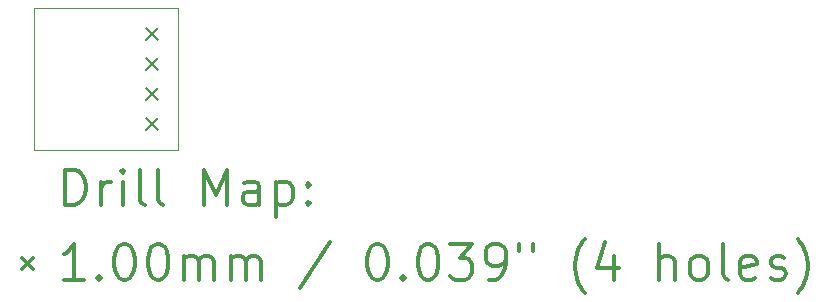
<source format=gbr>
%FSLAX45Y45*%
G04 Gerber Fmt 4.5, Leading zero omitted, Abs format (unit mm)*
G04 Created by KiCad (PCBNEW 4.0.7-e2-6376~60~ubuntu17.10.1) date Sat Apr 14 00:34:53 2018*
%MOMM*%
%LPD*%
G01*
G04 APERTURE LIST*
%ADD10C,0.127000*%
%ADD11C,0.100000*%
%ADD12C,0.200000*%
%ADD13C,0.300000*%
G04 APERTURE END LIST*
D10*
D11*
X14250000Y-11100000D02*
X14250000Y-9900000D01*
X15470000Y-11100000D02*
X14250000Y-11100000D01*
X15470000Y-9900000D02*
X15470000Y-11100000D01*
X14250000Y-9900000D02*
X15470000Y-9900000D01*
D12*
X15200000Y-10070000D02*
X15300000Y-10170000D01*
X15300000Y-10070000D02*
X15200000Y-10170000D01*
X15200000Y-10324000D02*
X15300000Y-10424000D01*
X15300000Y-10324000D02*
X15200000Y-10424000D01*
X15200000Y-10578000D02*
X15300000Y-10678000D01*
X15300000Y-10578000D02*
X15200000Y-10678000D01*
X15200000Y-10832000D02*
X15300000Y-10932000D01*
X15300000Y-10832000D02*
X15200000Y-10932000D01*
D13*
X14516428Y-11570714D02*
X14516428Y-11270714D01*
X14587857Y-11270714D01*
X14630714Y-11285000D01*
X14659286Y-11313571D01*
X14673571Y-11342143D01*
X14687857Y-11399286D01*
X14687857Y-11442143D01*
X14673571Y-11499286D01*
X14659286Y-11527857D01*
X14630714Y-11556429D01*
X14587857Y-11570714D01*
X14516428Y-11570714D01*
X14816428Y-11570714D02*
X14816428Y-11370714D01*
X14816428Y-11427857D02*
X14830714Y-11399286D01*
X14845000Y-11385000D01*
X14873571Y-11370714D01*
X14902143Y-11370714D01*
X15002143Y-11570714D02*
X15002143Y-11370714D01*
X15002143Y-11270714D02*
X14987857Y-11285000D01*
X15002143Y-11299286D01*
X15016428Y-11285000D01*
X15002143Y-11270714D01*
X15002143Y-11299286D01*
X15187857Y-11570714D02*
X15159286Y-11556429D01*
X15145000Y-11527857D01*
X15145000Y-11270714D01*
X15345000Y-11570714D02*
X15316428Y-11556429D01*
X15302143Y-11527857D01*
X15302143Y-11270714D01*
X15687857Y-11570714D02*
X15687857Y-11270714D01*
X15787857Y-11485000D01*
X15887857Y-11270714D01*
X15887857Y-11570714D01*
X16159286Y-11570714D02*
X16159286Y-11413571D01*
X16145000Y-11385000D01*
X16116428Y-11370714D01*
X16059286Y-11370714D01*
X16030714Y-11385000D01*
X16159286Y-11556429D02*
X16130714Y-11570714D01*
X16059286Y-11570714D01*
X16030714Y-11556429D01*
X16016428Y-11527857D01*
X16016428Y-11499286D01*
X16030714Y-11470714D01*
X16059286Y-11456429D01*
X16130714Y-11456429D01*
X16159286Y-11442143D01*
X16302143Y-11370714D02*
X16302143Y-11670714D01*
X16302143Y-11385000D02*
X16330714Y-11370714D01*
X16387857Y-11370714D01*
X16416428Y-11385000D01*
X16430714Y-11399286D01*
X16445000Y-11427857D01*
X16445000Y-11513571D01*
X16430714Y-11542143D01*
X16416428Y-11556429D01*
X16387857Y-11570714D01*
X16330714Y-11570714D01*
X16302143Y-11556429D01*
X16573571Y-11542143D02*
X16587857Y-11556429D01*
X16573571Y-11570714D01*
X16559286Y-11556429D01*
X16573571Y-11542143D01*
X16573571Y-11570714D01*
X16573571Y-11385000D02*
X16587857Y-11399286D01*
X16573571Y-11413571D01*
X16559286Y-11399286D01*
X16573571Y-11385000D01*
X16573571Y-11413571D01*
X14145000Y-12015000D02*
X14245000Y-12115000D01*
X14245000Y-12015000D02*
X14145000Y-12115000D01*
X14673571Y-12200714D02*
X14502143Y-12200714D01*
X14587857Y-12200714D02*
X14587857Y-11900714D01*
X14559286Y-11943571D01*
X14530714Y-11972143D01*
X14502143Y-11986429D01*
X14802143Y-12172143D02*
X14816428Y-12186429D01*
X14802143Y-12200714D01*
X14787857Y-12186429D01*
X14802143Y-12172143D01*
X14802143Y-12200714D01*
X15002143Y-11900714D02*
X15030714Y-11900714D01*
X15059286Y-11915000D01*
X15073571Y-11929286D01*
X15087857Y-11957857D01*
X15102143Y-12015000D01*
X15102143Y-12086429D01*
X15087857Y-12143571D01*
X15073571Y-12172143D01*
X15059286Y-12186429D01*
X15030714Y-12200714D01*
X15002143Y-12200714D01*
X14973571Y-12186429D01*
X14959286Y-12172143D01*
X14945000Y-12143571D01*
X14930714Y-12086429D01*
X14930714Y-12015000D01*
X14945000Y-11957857D01*
X14959286Y-11929286D01*
X14973571Y-11915000D01*
X15002143Y-11900714D01*
X15287857Y-11900714D02*
X15316428Y-11900714D01*
X15345000Y-11915000D01*
X15359286Y-11929286D01*
X15373571Y-11957857D01*
X15387857Y-12015000D01*
X15387857Y-12086429D01*
X15373571Y-12143571D01*
X15359286Y-12172143D01*
X15345000Y-12186429D01*
X15316428Y-12200714D01*
X15287857Y-12200714D01*
X15259286Y-12186429D01*
X15245000Y-12172143D01*
X15230714Y-12143571D01*
X15216428Y-12086429D01*
X15216428Y-12015000D01*
X15230714Y-11957857D01*
X15245000Y-11929286D01*
X15259286Y-11915000D01*
X15287857Y-11900714D01*
X15516428Y-12200714D02*
X15516428Y-12000714D01*
X15516428Y-12029286D02*
X15530714Y-12015000D01*
X15559286Y-12000714D01*
X15602143Y-12000714D01*
X15630714Y-12015000D01*
X15645000Y-12043571D01*
X15645000Y-12200714D01*
X15645000Y-12043571D02*
X15659286Y-12015000D01*
X15687857Y-12000714D01*
X15730714Y-12000714D01*
X15759286Y-12015000D01*
X15773571Y-12043571D01*
X15773571Y-12200714D01*
X15916428Y-12200714D02*
X15916428Y-12000714D01*
X15916428Y-12029286D02*
X15930714Y-12015000D01*
X15959286Y-12000714D01*
X16002143Y-12000714D01*
X16030714Y-12015000D01*
X16045000Y-12043571D01*
X16045000Y-12200714D01*
X16045000Y-12043571D02*
X16059286Y-12015000D01*
X16087857Y-12000714D01*
X16130714Y-12000714D01*
X16159286Y-12015000D01*
X16173571Y-12043571D01*
X16173571Y-12200714D01*
X16759286Y-11886429D02*
X16502143Y-12272143D01*
X17145000Y-11900714D02*
X17173571Y-11900714D01*
X17202143Y-11915000D01*
X17216428Y-11929286D01*
X17230714Y-11957857D01*
X17245000Y-12015000D01*
X17245000Y-12086429D01*
X17230714Y-12143571D01*
X17216428Y-12172143D01*
X17202143Y-12186429D01*
X17173571Y-12200714D01*
X17145000Y-12200714D01*
X17116428Y-12186429D01*
X17102143Y-12172143D01*
X17087857Y-12143571D01*
X17073571Y-12086429D01*
X17073571Y-12015000D01*
X17087857Y-11957857D01*
X17102143Y-11929286D01*
X17116428Y-11915000D01*
X17145000Y-11900714D01*
X17373571Y-12172143D02*
X17387857Y-12186429D01*
X17373571Y-12200714D01*
X17359286Y-12186429D01*
X17373571Y-12172143D01*
X17373571Y-12200714D01*
X17573571Y-11900714D02*
X17602143Y-11900714D01*
X17630714Y-11915000D01*
X17645000Y-11929286D01*
X17659286Y-11957857D01*
X17673571Y-12015000D01*
X17673571Y-12086429D01*
X17659286Y-12143571D01*
X17645000Y-12172143D01*
X17630714Y-12186429D01*
X17602143Y-12200714D01*
X17573571Y-12200714D01*
X17545000Y-12186429D01*
X17530714Y-12172143D01*
X17516428Y-12143571D01*
X17502143Y-12086429D01*
X17502143Y-12015000D01*
X17516428Y-11957857D01*
X17530714Y-11929286D01*
X17545000Y-11915000D01*
X17573571Y-11900714D01*
X17773571Y-11900714D02*
X17959286Y-11900714D01*
X17859286Y-12015000D01*
X17902143Y-12015000D01*
X17930714Y-12029286D01*
X17945000Y-12043571D01*
X17959286Y-12072143D01*
X17959286Y-12143571D01*
X17945000Y-12172143D01*
X17930714Y-12186429D01*
X17902143Y-12200714D01*
X17816428Y-12200714D01*
X17787857Y-12186429D01*
X17773571Y-12172143D01*
X18102143Y-12200714D02*
X18159286Y-12200714D01*
X18187857Y-12186429D01*
X18202143Y-12172143D01*
X18230714Y-12129286D01*
X18245000Y-12072143D01*
X18245000Y-11957857D01*
X18230714Y-11929286D01*
X18216428Y-11915000D01*
X18187857Y-11900714D01*
X18130714Y-11900714D01*
X18102143Y-11915000D01*
X18087857Y-11929286D01*
X18073571Y-11957857D01*
X18073571Y-12029286D01*
X18087857Y-12057857D01*
X18102143Y-12072143D01*
X18130714Y-12086429D01*
X18187857Y-12086429D01*
X18216428Y-12072143D01*
X18230714Y-12057857D01*
X18245000Y-12029286D01*
X18359286Y-11900714D02*
X18359286Y-11957857D01*
X18473571Y-11900714D02*
X18473571Y-11957857D01*
X18916428Y-12315000D02*
X18902143Y-12300714D01*
X18873571Y-12257857D01*
X18859286Y-12229286D01*
X18845000Y-12186429D01*
X18830714Y-12115000D01*
X18830714Y-12057857D01*
X18845000Y-11986429D01*
X18859286Y-11943571D01*
X18873571Y-11915000D01*
X18902143Y-11872143D01*
X18916428Y-11857857D01*
X19159286Y-12000714D02*
X19159286Y-12200714D01*
X19087857Y-11886429D02*
X19016428Y-12100714D01*
X19202143Y-12100714D01*
X19545000Y-12200714D02*
X19545000Y-11900714D01*
X19673571Y-12200714D02*
X19673571Y-12043571D01*
X19659286Y-12015000D01*
X19630714Y-12000714D01*
X19587857Y-12000714D01*
X19559286Y-12015000D01*
X19545000Y-12029286D01*
X19859286Y-12200714D02*
X19830714Y-12186429D01*
X19816428Y-12172143D01*
X19802143Y-12143571D01*
X19802143Y-12057857D01*
X19816428Y-12029286D01*
X19830714Y-12015000D01*
X19859286Y-12000714D01*
X19902143Y-12000714D01*
X19930714Y-12015000D01*
X19945000Y-12029286D01*
X19959286Y-12057857D01*
X19959286Y-12143571D01*
X19945000Y-12172143D01*
X19930714Y-12186429D01*
X19902143Y-12200714D01*
X19859286Y-12200714D01*
X20130714Y-12200714D02*
X20102143Y-12186429D01*
X20087857Y-12157857D01*
X20087857Y-11900714D01*
X20359286Y-12186429D02*
X20330714Y-12200714D01*
X20273571Y-12200714D01*
X20245000Y-12186429D01*
X20230714Y-12157857D01*
X20230714Y-12043571D01*
X20245000Y-12015000D01*
X20273571Y-12000714D01*
X20330714Y-12000714D01*
X20359286Y-12015000D01*
X20373571Y-12043571D01*
X20373571Y-12072143D01*
X20230714Y-12100714D01*
X20487857Y-12186429D02*
X20516429Y-12200714D01*
X20573571Y-12200714D01*
X20602143Y-12186429D01*
X20616429Y-12157857D01*
X20616429Y-12143571D01*
X20602143Y-12115000D01*
X20573571Y-12100714D01*
X20530714Y-12100714D01*
X20502143Y-12086429D01*
X20487857Y-12057857D01*
X20487857Y-12043571D01*
X20502143Y-12015000D01*
X20530714Y-12000714D01*
X20573571Y-12000714D01*
X20602143Y-12015000D01*
X20716428Y-12315000D02*
X20730714Y-12300714D01*
X20759286Y-12257857D01*
X20773571Y-12229286D01*
X20787857Y-12186429D01*
X20802143Y-12115000D01*
X20802143Y-12057857D01*
X20787857Y-11986429D01*
X20773571Y-11943571D01*
X20759286Y-11915000D01*
X20730714Y-11872143D01*
X20716428Y-11857857D01*
M02*

</source>
